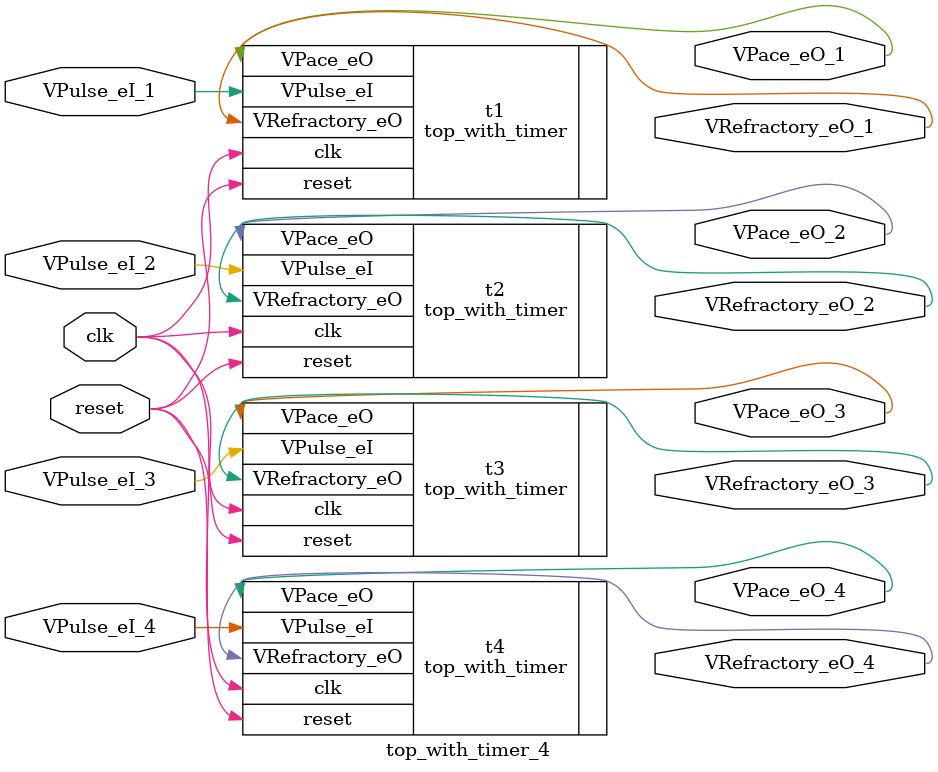
<source format=v>
module top_with_timer_4

(
		input wire clk,
		
		//input events
		input wire VPulse_eI_1,
		input wire VPulse_eI_2,
		input wire VPulse_eI_3,
		input wire VPulse_eI_4,
		
				
		//output events
		output wire VPace_eO_1,
		output wire VPace_eO_2,
		output wire VPace_eO_3,
		output wire VPace_eO_4,
		
		output wire VRefractory_eO_1,
		output wire VRefractory_eO_2,
		output wire VRefractory_eO_3,
		output wire VRefractory_eO_4,
		
	
		input reset
);

top_with_timer t1(
		.clk(clk),
		
		//input events
		.VPulse_eI(VPulse_eI_1),
				
		//output events
		.VPace_eO(VPace_eO_1),
		.VRefractory_eO(VRefractory_eO_1),
	
		.reset(reset)
);

top_with_timer t2(
		.clk(clk),
		
		//input events
		.VPulse_eI(VPulse_eI_2),
				
		//output events
		.VPace_eO(VPace_eO_2),
		.VRefractory_eO(VRefractory_eO_2),
	
		.reset(reset)
);

top_with_timer t3(
		.clk(clk),
		
		//input events
		.VPulse_eI(VPulse_eI_3),
				
		//output events
		.VPace_eO(VPace_eO_3),
		.VRefractory_eO(VRefractory_eO_3),
	
		.reset(reset)
);

top_with_timer t4(
		.clk(clk),
		
		//input events
		.VPulse_eI(VPulse_eI_4),
				
		//output events
		.VPace_eO(VPace_eO_4),
		.VRefractory_eO(VRefractory_eO_4),
	
		.reset(reset)
);


endmodule
</source>
